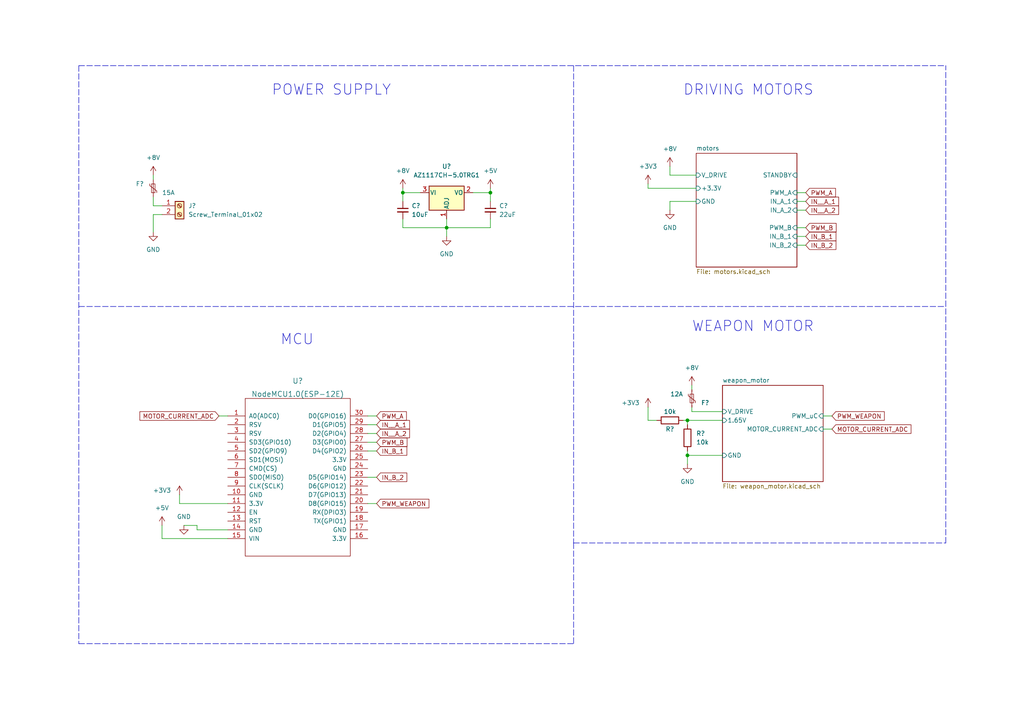
<source format=kicad_sch>
(kicad_sch (version 20211123) (generator eeschema)
  (paper "A4")
  (lib_symbols
    (symbol "Connector:Screw_Terminal_01x02" (pin_names (offset 1.016) hide)
      (property "Reference" "J" (at 0 2.54 0))
      (property "Value" "Screw_Terminal_01x02" (at 0 -5.08 0))
      (symbol "Screw_Terminal_01x02_1_1"
        (rectangle (start -1.27 1.27) (end 1.27 -3.81) (stroke (width 0.254)) (fill (type background)))
        (circle (center 0 -2.54) (radius 0.635) (stroke (width 0.1524)))
        (polyline (pts (xy -0.5334 -2.2098) (xy 0.3302 -3.048)) (stroke (width 0.1524)))
        (polyline (pts (xy -0.5334 0.3302) (xy 0.3302 -0.508)) (stroke (width 0.1524)))
        (polyline (pts (xy -0.3556 -2.032) (xy 0.508 -2.8702)) (stroke (width 0.1524)))
        (polyline (pts (xy -0.3556 0.508) (xy 0.508 -0.3302)) (stroke (width 0.1524)))
        (circle (center 0 0) (radius 0.635) (stroke (width 0.1524)))
        (pin passive line (at -5.08 0 0) (length 3.81) (name "Pin_1") (number "1"))
        (pin passive line (at -5.08 -2.54 0) (length 3.81) (name "Pin_2") (number "2"))
      )
    )
    (symbol "Device:C_Small" (pin_numbers hide) (pin_names (offset 0.254) hide)
      (property "Reference" "C" (at 0.254 1.778 0))
      (property "Value" "C_Small" (at 0.254 -2.032 0))
      (symbol "C_Small_0_1"
        (polyline (pts (xy -1.524 -0.508) (xy 1.524 -0.508)) (stroke (width 0.3302)))
        (polyline (pts (xy -1.524 0.508) (xy 1.524 0.508)) (stroke (width 0.3048)))
      )
      (symbol "C_Small_1_1"
        (pin passive line (at 0 2.54 270) (length 2.032) (name "~") (number "1"))
        (pin passive line (at 0 -2.54 90) (length 2.032) (name "~") (number "2"))
      )
    )
    (symbol "Device:Polyfuse_Small" (pin_numbers hide) (pin_names (offset 0))
      (property "Reference" "F" (at -1.905 0 90))
      (property "Value" "Polyfuse_Small" (at 1.905 0 90))
      (symbol "Polyfuse_Small_0_1"
        (rectangle (start -0.508 1.27) (end 0.508 -1.27))
        (polyline (pts (xy 0 2.54) (xy 0 -2.54)))
        (polyline (pts (xy -1.016 1.27) (xy -1.016 0.762) (xy 1.016 -0.762) (xy 1.016 -1.27)))
      )
      (symbol "Polyfuse_Small_1_1"
        (pin passive line (at 0 2.54 270) (length 0.635) (name "~") (number "1"))
        (pin passive line (at 0 -2.54 90) (length 0.635) (name "~") (number "2"))
      )
    )
    (symbol "Device:R" (pin_numbers hide) (pin_names (offset 0))
      (property "Reference" "R" (at 2.032 0 90))
      (property "Value" "R" (at 0 0 90))
      (symbol "R_0_1"
        (rectangle (start -1.016 -2.54) (end 1.016 2.54) (stroke (width 0.254)))
      )
      (symbol "R_1_1"
        (pin passive line (at 0 3.81 270) (length 1.27) (name "~") (number "1"))
        (pin passive line (at 0 -3.81 90) (length 1.27) (name "~") (number "2"))
      )
    )
    (symbol "ESP8266:NodeMCU1.0(ESP-12E)" (pin_names (offset 1.016))
      (property "Reference" "U" (at 0 21.59 0))
      (property "Value" "NodeMCU1.0(ESP-12E)" (at 0 -21.59 0))
      (symbol "NodeMCU1.0(ESP-12E)_0_1"
        (rectangle (start -15.24 -22.86) (end 15.24 22.86))
      )
      (symbol "NodeMCU1.0(ESP-12E)_1_1"
        (pin input line (at -20.32 17.78 0) (length 5.08) (name "A0(ADC0)") (number "1"))
        (pin input line (at -20.32 -5.08 0) (length 5.08) (name "GND") (number "10"))
        (pin input line (at -20.32 -7.62 0) (length 5.08) (name "3.3V") (number "11"))
        (pin input line (at -20.32 -10.16 0) (length 5.08) (name "EN") (number "12"))
        (pin input line (at -20.32 -12.7 0) (length 5.08) (name "RST") (number "13"))
        (pin input line (at -20.32 -15.24 0) (length 5.08) (name "GND") (number "14"))
        (pin input line (at -20.32 -17.78 0) (length 5.08) (name "VIN") (number "15"))
        (pin input line (at 20.32 -17.78 180) (length 5.08) (name "3.3V") (number "16"))
        (pin input line (at 20.32 -15.24 180) (length 5.08) (name "GND") (number "17"))
        (pin input line (at 20.32 -12.7 180) (length 5.08) (name "TX(GPIO1)") (number "18"))
        (pin input line (at 20.32 -10.16 180) (length 5.08) (name "RX(DPIO3)") (number "19"))
        (pin input line (at -20.32 15.24 0) (length 5.08) (name "RSV") (number "2"))
        (pin input line (at 20.32 -7.62 180) (length 5.08) (name "D8(GPIO15)") (number "20"))
        (pin input line (at 20.32 -5.08 180) (length 5.08) (name "D7(GPIO13)") (number "21"))
        (pin input line (at 20.32 -2.54 180) (length 5.08) (name "D6(GPIO12)") (number "22"))
        (pin input line (at 20.32 0 180) (length 5.08) (name "D5(GPIO14)") (number "23"))
        (pin input line (at 20.32 2.54 180) (length 5.08) (name "GND") (number "24"))
        (pin input line (at 20.32 5.08 180) (length 5.08) (name "3.3V") (number "25"))
        (pin input line (at 20.32 7.62 180) (length 5.08) (name "D4(GPIO2)") (number "26"))
        (pin input line (at 20.32 10.16 180) (length 5.08) (name "D3(GPIO0)") (number "27"))
        (pin input line (at 20.32 12.7 180) (length 5.08) (name "D2(GPIO4)") (number "28"))
        (pin input line (at 20.32 15.24 180) (length 5.08) (name "D1(GPIO5)") (number "29"))
        (pin input line (at -20.32 12.7 0) (length 5.08) (name "RSV") (number "3"))
        (pin input line (at 20.32 17.78 180) (length 5.08) (name "D0(GPIO16)") (number "30"))
        (pin input line (at -20.32 10.16 0) (length 5.08) (name "SD3(GPIO10)") (number "4"))
        (pin input line (at -20.32 7.62 0) (length 5.08) (name "SD2(GPIO9)") (number "5"))
        (pin input line (at -20.32 5.08 0) (length 5.08) (name "SD1(MOSI)") (number "6"))
        (pin input line (at -20.32 2.54 0) (length 5.08) (name "CMD(CS)") (number "7"))
        (pin input line (at -20.32 0 0) (length 5.08) (name "SDO(MISO)") (number "8"))
        (pin input line (at -20.32 -2.54 0) (length 5.08) (name "CLK(SCLK)") (number "9"))
      )
    )
    (symbol "Regulator_Linear:AZ1117H-ADJ" (pin_names (offset 0.254))
      (property "Reference" "U" (at -3.81 3.175 0))
      (property "Value" "AZ1117H-ADJ" (at 0 3.175 0))
      (symbol "AZ1117H-ADJ_0_1"
        (rectangle (start -5.08 1.905) (end 5.08 -5.08) (stroke (width 0.254)) (fill (type background)))
      )
      (symbol "AZ1117H-ADJ_1_1"
        (pin input line (at 0 -7.62 90) (length 2.54) (name "ADJ") (number "1"))
        (pin power_out line (at 7.62 0 180) (length 2.54) (name "VO") (number "2"))
        (pin power_in line (at -7.62 0 0) (length 2.54) (name "VI") (number "3"))
      )
    )
    (symbol "power:+3V3" (power) (pin_names (offset 0))
      (property "Value" "+3V3" (at 0 3.556 0))
      (symbol "+3V3_0_1"
        (polyline (pts (xy -0.762 1.27) (xy 0 2.54)))
        (polyline (pts (xy 0 0) (xy 0 2.54)))
        (polyline (pts (xy 0 2.54) (xy 0.762 1.27)))
      )
      (symbol "+3V3_1_1"
        (pin power_in line (at 0 0 90) (length 0) hide (name "+3V3") (number "1"))
      )
    )
    (symbol "power:+5V" (power) (pin_names (offset 0))
      (property "Value" "+5V" (at 0 3.556 0))
      (symbol "+5V_0_1"
        (polyline (pts (xy -0.762 1.27) (xy 0 2.54)))
        (polyline (pts (xy 0 0) (xy 0 2.54)))
        (polyline (pts (xy 0 2.54) (xy 0.762 1.27)))
      )
      (symbol "+5V_1_1"
        (pin power_in line (at 0 0 90) (length 0) hide (name "+5V") (number "1"))
      )
    )
    (symbol "power:+8V" (power) (pin_names (offset 0))
      (property "Value" "+8V" (at 0 3.556 0))
      (symbol "+8V_0_1"
        (polyline (pts (xy -0.762 1.27) (xy 0 2.54)))
        (polyline (pts (xy 0 0) (xy 0 2.54)))
        (polyline (pts (xy 0 2.54) (xy 0.762 1.27)))
      )
      (symbol "+8V_1_1"
        (pin power_in line (at 0 0 90) (length 0) hide (name "+8V") (number "1"))
      )
    )
    (symbol "power:GND" (power) (pin_names (offset 0))
      (property "Value" "GND" (at 0 -3.81 0))
      (symbol "GND_0_1"
        (polyline (pts (xy 0 0) (xy 0 -1.27) (xy 1.27 -1.27) (xy 0 -2.54) (xy -1.27 -1.27) (xy 0 -1.27)))
      )
      (symbol "GND_1_1"
        (pin power_in line (at 0 0 270) (length 0) hide (name "GND") (number "1"))
      )
    )
  )
  (junction (at 199.39 121.92))
  (junction (at 129.54 66.04))
  (junction (at 142.24 55.88))
  (junction (at 199.39 132.08))
  (junction (at 116.84 55.88))
  (wire (pts (xy 231.14 71.12) (xy 233.68 71.12)))
  (wire (pts (xy 63.5 120.65) (xy 66.04 120.65)))
  (wire (pts (xy 201.93 50.8) (xy 194.31 50.8)))
  (wire (pts (xy 129.54 66.04) (xy 142.24 66.04)))
  (wire (pts (xy 46.99 62.23) (xy 44.45 62.23)))
  (wire (pts (xy 199.39 132.08) (xy 209.55 132.08)))
  (wire (pts (xy 106.68 125.73) (xy 109.22 125.73)))
  (wire (pts (xy 198.12 121.92) (xy 199.39 121.92)))
  (wire (pts (xy 116.84 66.04) (xy 129.54 66.04)))
  (wire (pts (xy 46.99 59.69) (xy 44.45 59.69)))
  (polyline (pts (xy 22.86 19.05) (xy 274.32 19.05)))
  (wire (pts (xy 238.76 120.65) (xy 241.3 120.65)))
  (wire (pts (xy 194.31 58.42) (xy 194.31 60.96)))
  (wire (pts (xy 187.96 121.92) (xy 187.96 118.11)))
  (wire (pts (xy 129.54 66.04) (xy 129.54 68.58)))
  (wire (pts (xy 231.14 55.88) (xy 233.68 55.88)))
  (wire (pts (xy 66.04 153.67) (xy 57.15 153.67)))
  (wire (pts (xy 106.68 120.65) (xy 109.22 120.65)))
  (wire (pts (xy 66.04 146.05) (xy 52.07 146.05)))
  (polyline (pts (xy 166.37 19.05) (xy 166.37 157.48)))
  (wire (pts (xy 231.14 66.04) (xy 233.68 66.04)))
  (wire (pts (xy 137.16 55.88) (xy 142.24 55.88)))
  (wire (pts (xy 116.84 55.88) (xy 116.84 54.61)))
  (wire (pts (xy 194.31 50.8) (xy 194.31 48.26)))
  (wire (pts (xy 199.39 123.19) (xy 199.39 121.92)))
  (wire (pts (xy 44.45 57.15) (xy 44.45 59.69)))
  (wire (pts (xy 199.39 132.08) (xy 199.39 134.62)))
  (wire (pts (xy 116.84 55.88) (xy 116.84 58.42)))
  (wire (pts (xy 199.39 130.81) (xy 199.39 132.08)))
  (wire (pts (xy 52.07 146.05) (xy 52.07 143.51)))
  (wire (pts (xy 129.54 63.5) (xy 129.54 66.04)))
  (polyline (pts (xy 22.86 19.05) (xy 22.86 186.69)))
  (wire (pts (xy 200.66 119.38) (xy 200.66 118.11)))
  (wire (pts (xy 142.24 55.88) (xy 142.24 58.42)))
  (wire (pts (xy 238.76 124.46) (xy 241.3 124.46)))
  (wire (pts (xy 142.24 55.88) (xy 142.24 54.61)))
  (wire (pts (xy 44.45 50.8) (xy 44.45 52.07)))
  (wire (pts (xy 106.68 128.27) (xy 109.22 128.27)))
  (wire (pts (xy 187.96 54.61) (xy 201.93 54.61)))
  (wire (pts (xy 201.93 58.42) (xy 194.31 58.42)))
  (wire (pts (xy 106.68 138.43) (xy 109.22 138.43)))
  (wire (pts (xy 187.96 121.92) (xy 190.5 121.92)))
  (polyline (pts (xy 22.86 88.9) (xy 274.32 88.9)))
  (wire (pts (xy 231.14 60.96) (xy 233.68 60.96)))
  (wire (pts (xy 200.66 119.38) (xy 209.55 119.38)))
  (polyline (pts (xy 274.32 157.48) (xy 274.32 19.05)))
  (wire (pts (xy 46.99 156.21) (xy 46.99 152.4)))
  (wire (pts (xy 199.39 121.92) (xy 209.55 121.92)))
  (wire (pts (xy 121.92 55.88) (xy 116.84 55.88)))
  (wire (pts (xy 231.14 68.58) (xy 233.68 68.58)))
  (polyline (pts (xy 166.37 157.48) (xy 166.37 186.69)))
  (wire (pts (xy 142.24 63.5) (xy 142.24 66.04)))
  (wire (pts (xy 106.68 130.81) (xy 109.22 130.81)))
  (wire (pts (xy 231.14 58.42) (xy 233.68 58.42)))
  (wire (pts (xy 116.84 63.5) (xy 116.84 66.04)))
  (polyline (pts (xy 166.37 157.48) (xy 274.32 157.48)))
  (wire (pts (xy 106.68 146.05) (xy 109.22 146.05)))
  (wire (pts (xy 57.15 153.67) (xy 57.15 152.4)))
  (wire (pts (xy 200.66 111.76) (xy 200.66 113.03)))
  (wire (pts (xy 57.15 152.4) (xy 53.34 152.4)))
  (wire (pts (xy 66.04 156.21) (xy 46.99 156.21)))
  (wire (pts (xy 187.96 54.61) (xy 187.96 53.34)))
  (wire (pts (xy 106.68 123.19) (xy 109.22 123.19)))
  (wire (pts (xy 44.45 62.23) (xy 44.45 67.31)))
  (polyline (pts (xy 22.86 186.69) (xy 166.37 186.69)))
  (text "WEAPON MOTOR" (at 200.66 96.52 0) (effects (font (size 3 3)) (justify left bottom)))
  (text "POWER SUPPLY" (at 78.74 27.94 0) (effects (font (size 3 3)) (justify left bottom)))
  (text "DRIVING MOTORS" (at 198.12 27.94 0) (effects (font (size 3 3)) (justify left bottom)))
  (text "MCU" (at 81.28 100.33 0) (effects (font (size 3 3)) (justify left bottom)))
  (global_label "IN__A_1" (shape input) (at 233.68 58.42 0) (property "Intersheet References" "${INTERSHEET_REFS}" (effects hide)))
  (global_label "MOTOR_CURRENT_ADC" (shape input) (at 241.3 124.46 0) (property "Intersheet References" "${INTERSHEET_REFS}" (effects hide)))
  (global_label "IN_B_1" (shape input) (at 233.68 68.58 0) (property "Intersheet References" "${INTERSHEET_REFS}" (effects hide)))
  (global_label "IN__A_1" (shape input) (at 109.22 123.19 0) (property "Intersheet References" "${INTERSHEET_REFS}" (effects hide)))
  (global_label "PWM_A" (shape input) (at 109.22 120.65 0) (property "Intersheet References" "${INTERSHEET_REFS}" (effects hide)))
  (global_label "PWM_WEAPON" (shape input) (at 109.22 146.05 0) (property "Intersheet References" "${INTERSHEET_REFS}" (effects hide)))
  (global_label "PWM_B" (shape input) (at 233.68 66.04 0) (property "Intersheet References" "${INTERSHEET_REFS}" (effects hide)))
  (global_label "PWM_A" (shape input) (at 233.68 55.88 0) (property "Intersheet References" "${INTERSHEET_REFS}" (effects hide)))
  (global_label "IN_B_2" (shape input) (at 109.22 138.43 0) (property "Intersheet References" "${INTERSHEET_REFS}" (effects hide)))
  (global_label "IN_B_1" (shape input) (at 109.22 130.81 0) (property "Intersheet References" "${INTERSHEET_REFS}" (effects hide)))
  (global_label "IN_B_2" (shape input) (at 233.68 71.12 0) (property "Intersheet References" "${INTERSHEET_REFS}" (effects hide)))
  (global_label "PWM_B" (shape input) (at 109.22 128.27 0) (property "Intersheet References" "${INTERSHEET_REFS}" (effects hide)))
  (global_label "IN__A_2" (shape input) (at 233.68 60.96 0) (property "Intersheet References" "${INTERSHEET_REFS}" (effects hide)))
  (global_label "IN__A_2" (shape input) (at 109.22 125.73 0) (property "Intersheet References" "${INTERSHEET_REFS}" (effects hide)))
  (global_label "PWM_WEAPON" (shape input) (at 241.3 120.65 0) (property "Intersheet References" "${INTERSHEET_REFS}" (effects hide)))
  (global_label "MOTOR_CURRENT_ADC" (shape input) (at 63.5 120.65 180) (property "Intersheet References" "${INTERSHEET_REFS}" (effects hide)))
  (symbol (lib_id "power:GND") (at 194.31 60.96 0) (unit 1)
    (property "Reference" "#PWR?" (effects hide))
    (property "Value" "GND" (at 194.31 66.04 0))
  )
  (symbol (lib_id "power:GND") (at 129.54 68.58 0) (unit 1)
    (property "Reference" "#PWR?" (effects hide))
    (property "Value" "GND" (at 129.54 73.66 0))
  )
  (symbol (lib_id "power:+8V") (at 200.66 111.76 0) (unit 1)
    (property "Reference" "#PWR?" (effects hide))
    (property "Value" "+8V" (at 200.66 106.68 0))
  )
  (symbol (lib_id "Device:Polyfuse_Small") (at 200.66 115.57 180) (unit 1)
    (property "Reference" "F?" (at 205.74 116.84 0) (effects (justify left)))
    (property "Value" "12A" (at 198.12 114.3001 0) (effects (justify left)))
  )
  (symbol (lib_id "power:GND") (at 199.39 134.62 0) (unit 1)
    (property "Reference" "#PWR?" (effects hide))
    (property "Value" "GND" (at 199.39 139.7 0))
  )
  (symbol (lib_id "power:GND") (at 44.45 67.31 0) (unit 1)
    (property "Reference" "#PWR?" (effects hide))
    (property "Value" "GND" (at 44.45 72.39 0))
  )
  (symbol (lib_id "power:+5V") (at 142.24 54.61 0) (unit 1)
    (property "Reference" "#PWR?" (effects hide))
    (property "Value" "+5V" (at 142.24 49.53 0))
  )
  (symbol (lib_id "Device:C_Small") (at 142.24 60.96 0) (unit 1)
    (property "Reference" "C?" (at 144.78 59.6962 0) (effects (justify left)))
    (property "Value" "22uF" (at 144.78 62.2362 0) (effects (justify left)))
  )
  (symbol (lib_id "Device:Polyfuse_Small") (at 44.45 54.61 0) (unit 1)
    (property "Reference" "F?" (at 39.37 53.34 0) (effects (justify left)))
    (property "Value" "15A" (at 46.99 55.8799 0) (effects (justify left)))
  )
  (symbol (lib_id "ESP8266:NodeMCU1.0(ESP-12E)") (at 86.36 138.43 0) (unit 1)
    (property "Reference" "U?" (at 86.36 110.49 0) (effects (font (size 1.524 1.524))))
    (property "Value" "NodeMCU1.0(ESP-12E)" (at 86.36 114.3 0) (effects (font (size 1.524 1.524))))
  )
  (symbol (lib_id "power:+8V") (at 194.31 48.26 0) (unit 1)
    (property "Reference" "#PWR?" (effects hide))
    (property "Value" "+8V" (at 194.31 43.18 0))
  )
  (symbol (lib_id "power:+3V3") (at 187.96 53.34 0) (unit 1)
    (property "Reference" "#PWR?" (effects hide))
    (property "Value" "+3V3" (at 187.96 48.26 0))
  )
  (symbol (lib_id "power:+3V3") (at 52.07 143.51 0) (unit 1)
    (property "Reference" "#PWR?" (effects hide))
    (property "Value" "+3V3" (at 46.99 142.24 0))
  )
  (symbol (lib_id "power:+3V3") (at 187.96 118.11 0) (unit 1)
    (property "Reference" "#PWR?" (effects hide))
    (property "Value" "+3V3" (at 182.88 116.84 0))
  )
  (symbol (lib_id "power:+5V") (at 46.99 152.4 0) (unit 1)
    (property "Reference" "#PWR?" (effects hide))
    (property "Value" "+5V" (at 46.99 147.32 0))
  )
  (symbol (lib_id "Device:C_Small") (at 116.84 60.96 0) (unit 1)
    (property "Reference" "C?" (at 119.38 59.6962 0) (effects (justify left)))
    (property "Value" "10uF" (at 119.38 62.2362 0) (effects (justify left)))
  )
  (symbol (lib_id "Regulator_Linear:AZ1117H-ADJ") (at 129.54 55.88 0) (unit 1)
    (property "Reference" "U?" (at 129.54 48.26 0))
    (property "Value" "AZ1117CH-5.0TRG1" (at 129.54 50.8 0))
    (property "Footprint" "Package_TO_SOT_SMD:SOT-223-3_TabPin2" (effects hide))
    (property "Datasheet" "https://www.diodes.com/assets/Datasheets/products_inactive_data/AZ1117.pdf" (effects hide))
  )
  (symbol (lib_id "Device:R") (at 199.39 127 180) (unit 1)
    (property "Reference" "R?" (at 201.93 125.7299 0) (effects (justify right)))
    (property "Value" "10k" (at 201.93 128.2699 0) (effects (justify right)))
  )
  (symbol (lib_id "Device:R") (at 194.31 121.92 270) (unit 1)
    (property "Reference" "R?" (at 194.31 124.46 90))
    (property "Value" "10k" (at 194.31 119.38 90))
  )
  (symbol (lib_id "Connector:Screw_Terminal_01x02") (at 52.07 59.69 0) (unit 1)
    (property "Reference" "J?" (at 54.61 59.6899 0) (effects (justify left)))
    (property "Value" "Screw_Terminal_01x02" (at 54.61 62.2299 0) (effects (justify left)))
  )
  (symbol (lib_id "power:+8V") (at 116.84 54.61 0) (unit 1)
    (property "Reference" "#PWR?" (effects hide))
    (property "Value" "+8V" (at 116.84 49.53 0))
  )
  (symbol (lib_id "power:+8V") (at 44.45 50.8 0) (unit 1)
    (property "Reference" "#PWR?" (effects hide))
    (property "Value" "+8V" (at 44.45 45.72 0))
  )
  (symbol (lib_id "power:GND") (at 53.34 152.4 0) (unit 1)
    (property "Reference" "#PWR?" (effects hide))
    (property "Value" "GND" (at 53.34 149.86 0))
  )
  (sheet (at 201.93 44.45) (size 29.21 33.02) (stroke (width 0.1524))
    (property "Sheet name" "motors" (at 201.93 43.7384 0) (effects (justify left bottom)))
    (property "Sheet file" "motors.kicad_sch" (at 201.93 78.0546 0) (effects (justify left top)))
    (pin "IN_A_2" input (at 231.14 60.96 0))
    (pin "IN_B_2" input (at 231.14 71.12 0))
    (pin "IN_B_1" input (at 231.14 68.58 0))
    (pin "IN_A_1" input (at 231.14 58.42 0))
    (pin "PWM_B" input (at 231.14 66.04 0))
    (pin "PWM_A" input (at 231.14 55.88 0))
    (pin "V_DRIVE" input (at 201.93 50.8 180))
    (pin "+3.3V" input (at 201.93 54.61 180))
    (pin "GND" input (at 201.93 58.42 180))
    (pin "STANDBY" input (at 231.14 50.8 0))
  )
  (sheet (at 209.55 111.76) (size 29.21 27.94) (stroke (width 0.1524))
    (property "Sheet name" "weapon_motor" (at 209.55 111.0484 0) (effects (justify left bottom)))
    (property "Sheet file" "weapon_motor.kicad_sch" (at 209.55 140.2846 0) (effects (justify left top)))
    (pin "V_DRIVE" input (at 209.55 119.38 180))
    (pin "GND" input (at 209.55 132.08 180))
    (pin "PWM_uC" input (at 238.76 120.65 0))
    (pin "MOTOR_CURRENT_ADC" input (at 238.76 124.46 0))
    (pin "1.65V" input (at 209.55 121.92 180))
  )
)
</source>
